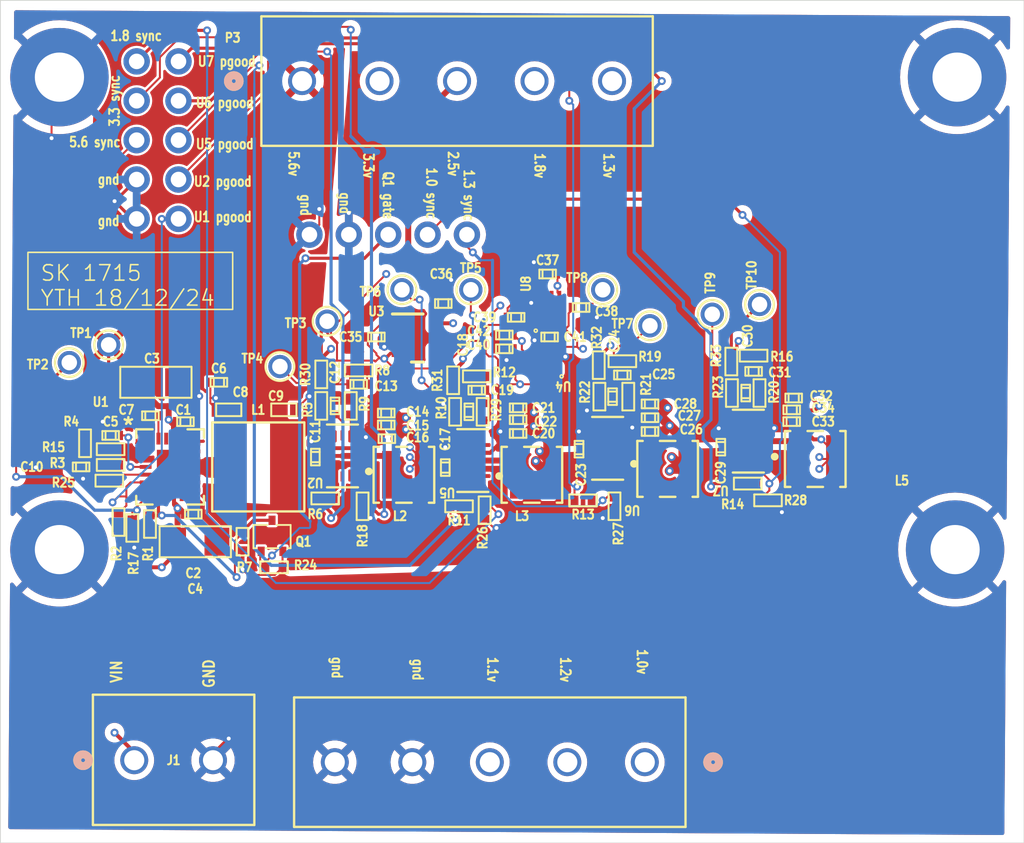
<source format=kicad_pcb>
(kicad_pcb
	(version 20240108)
	(generator "pcbnew")
	(generator_version "8.0")
	(general
		(thickness 1.6)
		(legacy_teardrops no)
	)
	(paper "A4")
	(layers
		(0 "F.Cu" signal)
		(1 "In1.Cu" signal)
		(2 "In2.Cu" signal)
		(3 "In3.Cu" signal)
		(4 "In4.Cu" signal)
		(31 "B.Cu" signal)
		(32 "B.Adhes" user "B.Adhesive")
		(33 "F.Adhes" user "F.Adhesive")
		(34 "B.Paste" user)
		(35 "F.Paste" user)
		(36 "B.SilkS" user "B.Silkscreen")
		(37 "F.SilkS" user "F.Silkscreen")
		(38 "B.Mask" user)
		(39 "F.Mask" user)
		(40 "Dwgs.User" user "User.Drawings")
		(41 "Cmts.User" user "User.Comments")
		(42 "Eco1.User" user "User.Eco1")
		(43 "Eco2.User" user "User.Eco2")
		(44 "Edge.Cuts" user)
		(45 "Margin" user)
		(46 "B.CrtYd" user "B.Courtyard")
		(47 "F.CrtYd" user "F.Courtyard")
		(48 "B.Fab" user)
		(49 "F.Fab" user)
		(50 "User.1" user)
		(51 "User.2" user)
		(52 "User.3" user)
		(53 "User.4" user)
		(54 "User.5" user)
		(55 "User.6" user)
		(56 "User.7" user)
		(57 "User.8" user)
		(58 "User.9" user)
	)
	(setup
		(stackup
			(layer "F.SilkS"
				(type "Top Silk Screen")
			)
			(layer "F.Paste"
				(type "Top Solder Paste")
			)
			(layer "F.Mask"
				(type "Top Solder Mask")
				(thickness 0.01)
			)
			(layer "F.Cu"
				(type "copper")
				(thickness 0.035)
			)
			(layer "dielectric 1"
				(type "prepreg")
				(thickness 0.1)
				(material "FR4")
				(epsilon_r 4.5)
				(loss_tangent 0.02)
			)
			(layer "In1.Cu"
				(type "copper")
				(thickness 0.035)
			)
			(layer "dielectric 2"
				(type "core")
				(thickness 0.535)
				(material "FR4")
				(epsilon_r 4.5)
				(loss_tangent 0.02)
			)
			(layer "In2.Cu"
				(type "copper")
				(thickness 0.035)
			)
			(layer "dielectric 3"
				(type "prepreg")
				(thickness 0.1)
				(material "FR4")
				(epsilon_r 4.5)
				(loss_tangent 0.02)
			)
			(layer "In3.Cu"
				(type "copper")
				(thickness 0.035)
			)
			(layer "dielectric 4"
				(type "core")
				(thickness 0.535)
				(material "FR4")
				(epsilon_r 4.5)
				(loss_tangent 0.02)
			)
			(layer "In4.Cu"
				(type "copper")
				(thickness 0.035)
			)
			(layer "dielectric 5"
				(type "prepreg")
				(thickness 0.1)
				(material "FR4")
				(epsilon_r 4.5)
				(loss_tangent 0.02)
			)
			(layer "B.Cu"
				(type "copper")
				(thickness 0.035)
			)
			(layer "B.Mask"
				(type "Bottom Solder Mask")
				(thickness 0.01)
			)
			(layer "B.Paste"
				(type "Bottom Solder Paste")
			)
			(layer "B.SilkS"
				(type "Bottom Silk Screen")
			)
			(copper_finish "None")
			(dielectric_constraints no)
		)
		(pad_to_mask_clearance 0)
		(allow_soldermask_bridges_in_footprints no)
		(pcbplotparams
			(layerselection 0x00010fc_ffffffff)
			(plot_on_all_layers_selection 0x0000000_00000000)
			(disableapertmacros no)
			(usegerberextensions no)
			(usegerberattributes yes)
			(usegerberadvancedattributes yes)
			(creategerberjobfile yes)
			(dashed_line_dash_ratio 12.000000)
			(dashed_line_gap_ratio 3.000000)
			(svgprecision 4)
			(plotframeref no)
			(viasonmask no)
			(mode 1)
			(useauxorigin no)
			(hpglpennumber 1)
			(hpglpenspeed 20)
			(hpglpendiameter 15.000000)
			(pdf_front_fp_property_popups yes)
			(pdf_back_fp_property_popups yes)
			(dxfpolygonmode yes)
			(dxfimperialunits yes)
			(dxfusepcbnewfont yes)
			(psnegative no)
			(psa4output no)
			(plotreference yes)
			(plotvalue yes)
			(plotfptext yes)
			(plotinvisibletext no)
			(sketchpadsonfab no)
			(subtractmaskfromsilk no)
			(outputformat 1)
			(mirror no)
			(drillshape 0)
			(scaleselection 1)
			(outputdirectory "CAM/")
		)
	)
	(net 0 "")
	(net 1 "GND")
	(net 2 "Net-(C10-Pad2)")
	(net 3 "Net-(U2-SS_TR)")
	(net 4 "Net-(U2-FB)")
	(net 5 "Net-(U5-SS_TR)")
	(net 6 "Net-(U5-FB)")
	(net 7 "Net-(U6-SS_TR)")
	(net 8 "Net-(C25-Pad2)")
	(net 9 "Net-(U6-FB)")
	(net 10 "Net-(U7-SS_TR)")
	(net 11 "Net-(U7-FB)")
	(net 12 "Net-(U2-SW)")
	(net 13 "Net-(U5-SW)")
	(net 14 "Net-(U6-SW)")
	(net 15 "Net-(U7-SW)")
	(net 16 "Net-(P1-P2)")
	(net 17 "Net-(P1-P3)")
	(net 18 "Net-(P1-P1)")
	(net 19 "Net-(P2-P5)")
	(net 20 "Net-(P2-P4)")
	(net 21 "Net-(P4-P4)")
	(net 22 "Net-(P4-P5)")
	(net 23 "Net-(P4-P3)")
	(net 24 "Net-(Q1-D)")
	(net 25 "Net-(U2-COMP_FSET)")
	(net 26 "Net-(U2-PG)")
	(net 27 "Net-(U5-COMP_FSET)")
	(net 28 "Net-(U5-PG)")
	(net 29 "Net-(U6-PG)")
	(net 30 "Net-(U7-PG)")
	(net 31 "Net-(U6-COMP_FSET)")
	(net 32 "Net-(U7-COMP_FSET)")
	(net 33 "unconnected-(U1-NC-Pad11)")
	(net 34 "unconnected-(U1-NC-Pad2)")
	(net 35 "unconnected-(U1-NC-Pad17)")
	(net 36 "unconnected-(U1-NC-Pad9)")
	(net 37 "unconnected-(U1-NC-Pad21)")
	(net 38 "unconnected-(U1-NC-Pad13)")
	(net 39 "unconnected-(U1-NC-Pad19)")
	(net 40 "unconnected-(U3-N_C-Pad4)")
	(net 41 "unconnected-(U4-NC-Pad5)")
	(net 42 "unconnected-(U4-CE-Pad6)")
	(net 43 "unconnected-(U8-NC-Pad5)")
	(net 44 "unconnected-(U8-CE-Pad6)")
	(net 45 "/5.6v")
	(net 46 "Net-(C13-Pad2)")
	(net 47 "/3.3v")
	(net 48 "Net-(C19-Pad2)")
	(net 49 "/1.8v")
	(net 50 "/1.3v")
	(net 51 "Net-(C31-Pad2)")
	(net 52 "/1.0v")
	(net 53 "/2.5v")
	(net 54 "/1.1v")
	(net 55 "/1.2v")
	(net 56 "Net-(R15-Pad2)")
	(net 57 "/Vin")
	(net 58 "Net-(P2-P1)")
	(net 59 "Net-(P2-P2)")
	(net 60 "Net-(P2-P3)")
	(net 61 "unconnected-(U4-pad-Pad7)")
	(net 62 "unconnected-(U8-pad-Pad7)")
	(net 63 "Net-(U1-VCC)")
	(net 64 "Net-(U1-SW4)")
	(net 65 "Net-(U1-CBOOT)")
	(net 66 "Net-(U1-FB)")
	(net 67 "Net-(U1-SW1)")
	(footprint "t_MtgHoles:MTG_250_D125" (layer "F.Cu") (at 161.036 72.898))
	(footprint "t_passive_smd:res_0402" (layer "F.Cu") (at 120.015 94.107 90))
	(footprint "t_qfn:RWY0009A-MFG" (layer "F.Cu") (at 121.383949 97.334748 180))
	(footprint "t_qfn:xc6601" (layer "F.Cu") (at 134.874 87.884 90))
	(footprint "t_misc:cap_0402" (layer "F.Cu") (at 136.647876 96.896876 -90))
	(footprint "t_qfn:DBV0005A_L" (layer "F.Cu") (at 126.233001 89.728002))
	(footprint "t_misc:cap_0402" (layer "F.Cu") (at 141.224 95.758))
	(footprint "t_coilcraft:IND_XGL3520_COC" (layer "F.Cu") (at 151.887876 97.531876))
	(footprint "t_misc:cap_0402" (layer "F.Cu") (at 150.368 94.361))
	(footprint "t_passive_smd:res_0402" (layer "F.Cu") (at 137.959876 93.509876 90))
	(footprint "t_misc:cap_0402" (layer "F.Cu") (at 111.76 101.092 180))
	(footprint "t_passive_smd:res_0402" (layer "F.Cu") (at 108.966 101.727 90))
	(footprint "t_passive_smd:res_0402" (layer "F.Cu") (at 136.906 100.203 180))
	(footprint "t_misc:cap_0402" (layer "F.Cu") (at 104.521 98.044))
	(footprint "t_passive_smd:res_0402" (layer "F.Cu") (at 114.935 102.87 -90))
	(footprint "t_qfn:xc6601" (layer "F.Cu") (at 134.153 91.186 180))
	(footprint "t_MtgHoles:MTG_250_D125" (layer "F.Cu") (at 103.124 72.898))
	(footprint "t_misc:cap_0402" (layer "F.Cu") (at 124.206 95.334))
	(footprint "t_connectors:CONN_1729128_PXC" (layer "F.Cu") (at 107.95 116.967))
	(footprint "t_misc:cap_0402" (layer "F.Cu") (at 150.363876 95.118876))
	(footprint "t_misc:cap_0402" (layer "F.Cu") (at 108.9914 94.742))
	(footprint "t_misc:cap_0402" (layer "F.Cu") (at 113.411 92.583))
	(footprint "t_misc:TP60" (layer "F.Cu") (at 120.396 88.646))
	(footprint "t_misc:cap_0402" (layer "F.Cu") (at 134.747 89.662))
	(footprint "t_misc:cap_0402" (layer "F.Cu") (at 145.791876 96.769876 -90))
	(footprint "t_misc:cap_0402" (layer "F.Cu") (at 130.048 93.091))
	(footprint "t_passive_smd:res_0402" (layer "F.Cu") (at 138.933876 100.579876 90))
	(footprint "t_connectors:Pin_Header_Straight_1x05_Pitch2.54mm" (layer "F.Cu") (at 108.105 71.882))
	(footprint "t_misc:TP60" (layer "F.Cu") (at 103.759 91.313))
	(footprint "t_misc:cap_0402" (layer "F.Cu") (at 141.224 93.98))
	(footprint "t_misc:cap_0402" (layer "F.Cu") (at 139.441876 92.112876))
	(footprint "t_coilcraft:IND_XGL5030_3.1_COC" (layer "F.Cu") (at 115.951 98.044))
	(footprint "t_sot:SOT-323" (layer "F.Cu") (at 116.84 102.489))
	(footprint "t_misc:cap_0402" (layer "F.Cu") (at 134.62 85.598))
	(footprint "t_misc:cap_0402" (layer "F.Cu") (at 132.715 95.885))
	(footprint "t_misc:cap_0402" (layer "F.Cu") (at 124.248 96.223))
	(footprint "t_misc:cap_0402" (layer "F.Cu") (at 106.426 96.012))
	(footprint "t_misc:cap_0402" (layer "F.Cu") (at 124.206 94.572))
	(footprint "t_connectors:CONN_1729047_PXC" (layer "F.Cu") (at 140.89 117.094 180))
	(footprint "t_coilcraft:IND_XGL3520_COC" (layer "F.Cu") (at 125.349 98.552))
	(footprint "t_passive_smd:cap_1206" (layer "F.Cu") (at 109.347 92.583 180))
	(footprint "t_passive_smd:res_0402" (layer "F.Cu") (at 130.048 92.202))
	(footprint "t_misc:cap_0402" (layer "F.Cu") (at 147.400876 93.277874 -90))
	(footprint "t_passive_smd:res_0402"
		(layer "F.Cu")
		(uuid "589bc06a-05dc-4256-b3c7-043d1d06622b")
		(at 122.428 91.821)
		(descr "SMT capacitor, 0402")
		(property "Reference" "R8"
			(at 1.524 0 0)
			(layer "F.SilkS")
			(uuid "74c5f0e1-bb8a-40d0-b88d-47f879e35633")
			(effects
				(font
					(size 0.5842 0.508)
					(thickness 0.127)
				)
			)
		)
		(property "Value" "Res2"
			(at 0 0.8128 0)
			(layer "F.SilkS")
			(hide yes)
			(uuid "2c45bf8f-684b-49fa-9d0b-cee09603aac0")
			(effects
				(font
					(size 0.50038 0.50038)
					(thickness 0.11938)
				)
			)
		)
		(property "Footprint" "t_passive_smd:res_0402"
			(at 0 0 0)
			(unlocked yes)
			(layer "F.Fab")
			(hide yes)
			(uuid "1478a856-201b-4351-98e8-262b0ce87db9")
			(effects
				(font
					(size 1.27 1.27)
					(thickness 0.15)
				)
			)
		)
		(property "Datasheet" ""
			(at 0 0 0)
			(unlocked yes)
			(layer "F.Fab")
			(hide yes)
			(uuid "9e65508e-f1a4-4570-befe-320273d14756")
			(effects
				(font
					(size 1.27 1.27)
					(thickness 0.15)
				)
			)
		)
		(property "Description" ""
			(at 0 0 0)
			(unlocked yes)
			(layer "F.Fab")
			(hide yes)
			(uuid "c65525e2-4b86-43eb-9137-7ff158d2ccf2")
			(effects
				(font
					(size 1.27 1.27)
					(thickness 0.15)
				)
			)
		)
		(property ki_fp_filters "R? SM0603 SM0805 R?-* SM1206 SM0402")
		(path "/f54b7709-a26e-4b4d-83a8-7180b8236856")
		(sheetname "Root")
		(sheetfile "power supply test.kicad_sch")
		(attr through_hole)
		(fp_line
			(start -0.889 -0.381)
			(end -0.889 0.381)
			(stroke
				(width 0.127)
				(type solid)
			)
			(layer "F.SilkS")
			(uuid "bcf3a6f5-8ad9-4fdc-aac2-c04b2cb73864")
		)
		(fp_line
			(start -0.889 0.381)
			(end 0.889 0.381)
			(stroke
				(width 0.127)
				(type solid)
			)
			(layer "F.SilkS")
			(uuid "7adb8cf8-bc5d-453b-a9fd-8c2481598548")
		)
		(fp_line
			(start 0.889 -0.381)
			(end -0.889 -0.381)
			(stroke
				(width 0.127)
				(type solid)
			)
			(layer "F.SilkS")
			(uuid "774708cf-a535-4461-a7c9-9ffb7109dfdd")
		)
		(fp_line
			(start 0.889 0.381)
			(end 0.889 -0.381)
			(stroke
				(width 0.127)
				(type solid)
			)
			(layer "F.SilkS")
			(uuid "533e89be-7ab4-4499-962c-31896c512e15")
		)
		(fp_line
			(start -0.889 -0.381)
			(end 0.889 -0.381)
			(stroke
				(width 0.05)
				(type solid)
			)
			(layer "F.CrtYd")
			(uuid "26e7c100-f833-422c-a187-1a7e2fc53e72")
		)
		(fp_line
			(start -0.889 0.3
... [1117266 chars truncated]
</source>
